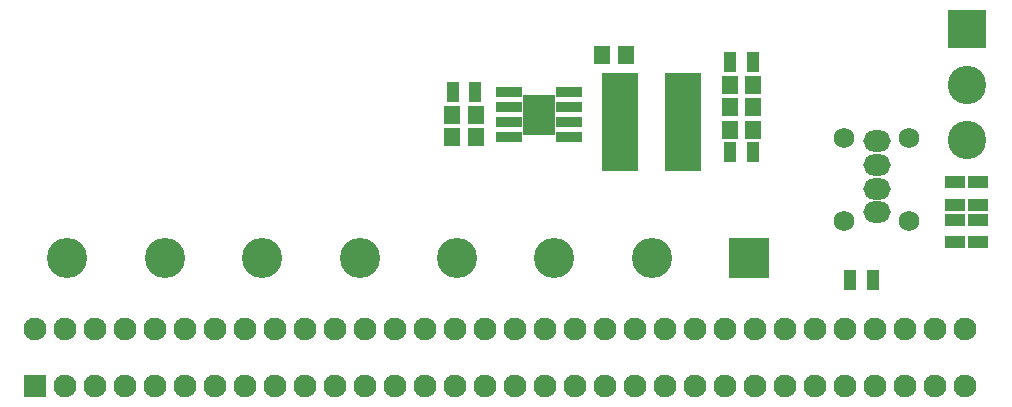
<source format=gts>
G04 #@! TF.FileFunction,Soldermask,Top*
%FSLAX46Y46*%
G04 Gerber Fmt 4.6, Leading zero omitted, Abs format (unit mm)*
G04 Created by KiCad (PCBNEW 4.0.7) date Sun Mar 11 17:31:31 2018*
%MOMM*%
%LPD*%
G01*
G04 APERTURE LIST*
%ADD10C,0.100000*%
%ADD11O,2.320000X1.820000*%
%ADD12C,1.750000*%
%ADD13R,1.930000X1.930000*%
%ADD14C,1.930000*%
%ADD15R,3.400000X3.400000*%
%ADD16C,3.400000*%
%ADD17R,1.400000X1.650000*%
%ADD18R,1.100000X1.700000*%
%ADD19R,1.700000X1.100000*%
%ADD20R,2.178000X0.933400*%
%ADD21R,2.800000X3.499999*%
%ADD22R,3.250000X3.250000*%
%ADD23C,3.250000*%
%ADD24R,3.105100X8.401000*%
G04 APERTURE END LIST*
D10*
D11*
X180340000Y-92710000D03*
X180340000Y-90710000D03*
X180340000Y-88710000D03*
X180340000Y-86710000D03*
D12*
X183060000Y-93440000D03*
X183060000Y-86440000D03*
X177620000Y-93440000D03*
X177620000Y-86440000D03*
D13*
X109131100Y-107423600D03*
D14*
X111671100Y-107423600D03*
X114211100Y-107423600D03*
X116751100Y-107423600D03*
X119291100Y-107423600D03*
X121831100Y-107423600D03*
X124371100Y-107423600D03*
X126911100Y-107423600D03*
X129451100Y-107423600D03*
X131991100Y-107423600D03*
X134531100Y-107423600D03*
X137071100Y-107423600D03*
X139611100Y-107423600D03*
X142151100Y-107423600D03*
X144691100Y-107423600D03*
X147231100Y-107423600D03*
X149771100Y-107423600D03*
X152311100Y-107423600D03*
X154851100Y-107423600D03*
X157391100Y-107423600D03*
X159931100Y-107423600D03*
X162471100Y-107423600D03*
X165011100Y-107423600D03*
X167551100Y-107423600D03*
X170091100Y-107423600D03*
X172631100Y-107423600D03*
X175171100Y-107423600D03*
X177711100Y-107423600D03*
X180251100Y-107423600D03*
X182791100Y-107423600D03*
X185331100Y-107423600D03*
X187871100Y-107423600D03*
X187871100Y-102583600D03*
X185331100Y-102583600D03*
X182791100Y-102583600D03*
X180251100Y-102583600D03*
X177711100Y-102583600D03*
X175171100Y-102583600D03*
X172631100Y-102583600D03*
X170091100Y-102583600D03*
X167551100Y-102583600D03*
X165011100Y-102583600D03*
X162471100Y-102583600D03*
X159931100Y-102583600D03*
X157391100Y-102583600D03*
X154851100Y-102583600D03*
X152311100Y-102583600D03*
X149771100Y-102583600D03*
X147231100Y-102583600D03*
X144691100Y-102583600D03*
X142151100Y-102583600D03*
X139611100Y-102583600D03*
X137071100Y-102583600D03*
X134531100Y-102583600D03*
X131991100Y-102583600D03*
X129451100Y-102583600D03*
X126911100Y-102583600D03*
X124371100Y-102583600D03*
X121831100Y-102583600D03*
X119291100Y-102583600D03*
X116751100Y-102583600D03*
X114211100Y-102583600D03*
X111671100Y-102583600D03*
X109131100Y-102583600D03*
D15*
X169570000Y-96610000D03*
D16*
X161320000Y-96610000D03*
X153070000Y-96610000D03*
X144820000Y-96610000D03*
X136570000Y-96610000D03*
X128320000Y-96610000D03*
X120070000Y-96610000D03*
X111820000Y-96610000D03*
D17*
X169910000Y-85725000D03*
X167910000Y-85725000D03*
X146415000Y-84455000D03*
X144415000Y-84455000D03*
X146415000Y-86360000D03*
X144415000Y-86360000D03*
X157115000Y-79375000D03*
X159115000Y-79375000D03*
X169910000Y-81915000D03*
X167910000Y-81915000D03*
X169910000Y-83820000D03*
X167910000Y-83820000D03*
D18*
X169860000Y-87630000D03*
X167960000Y-87630000D03*
X167960000Y-80010000D03*
X169860000Y-80010000D03*
X144465000Y-82550000D03*
X146365000Y-82550000D03*
D19*
X187007500Y-93347500D03*
X187007500Y-95247500D03*
X187007500Y-90172500D03*
X187007500Y-92072500D03*
X188912500Y-93347500D03*
X188912500Y-95247500D03*
X188912500Y-90172500D03*
X188912500Y-92072500D03*
D20*
X149199600Y-82550000D03*
X149199600Y-83820000D03*
X149199600Y-85090000D03*
X149199600Y-86360000D03*
X154330400Y-86360000D03*
X154330400Y-85090000D03*
X154330400Y-83820000D03*
X154330400Y-82550000D03*
D21*
X151765000Y-84455000D03*
D22*
X187960000Y-77215000D03*
D23*
X187960000Y-81915000D03*
X187960000Y-86615000D03*
D18*
X180020000Y-98425000D03*
X178120000Y-98425000D03*
D24*
X158635700Y-85090000D03*
X163944300Y-85090000D03*
M02*

</source>
